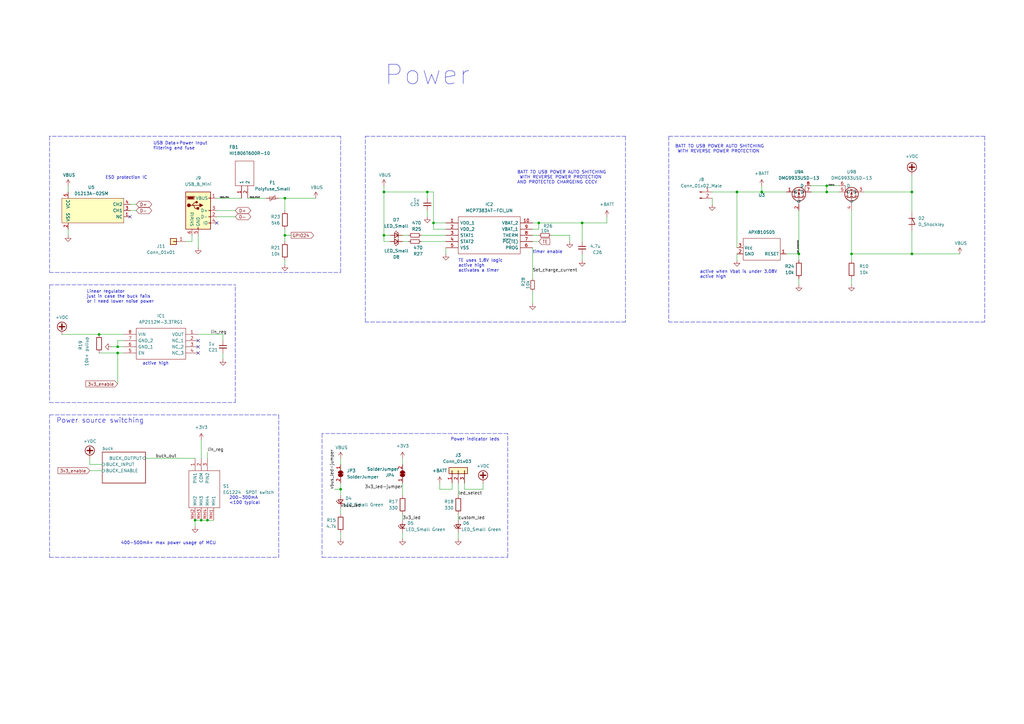
<source format=kicad_sch>
(kicad_sch (version 20211123) (generator eeschema)
  (paper "A3")
  (title_block (title "RP2040 learning board with Li ion battery and sensors") (rev "2"))
  (lib_symbols
    (symbol "Connector:Conn_01x02_Male" (pin_names (offset 1.016) hide)
      (property "Reference" "J" (at 0 2.54 0))
      (property "Value" "Conn_01x02_Male" (at 0 -5.08 0))
      (symbol "Conn_01x02_Male_1_1"
        (polyline (pts (xy 1.27 -2.54) (xy 0.8636 -2.54)) (stroke (width 0.1524)))
        (polyline (pts (xy 1.27 0) (xy 0.8636 0)) (stroke (width 0.1524)))
        (rectangle (start 0.8636 -2.413) (end 0 -2.667) (stroke (width 0.1524)) (fill (type outline)))
        (rectangle (start 0.8636 0.127) (end 0 -0.127) (stroke (width 0.1524)) (fill (type outline)))
        (pin passive line (at 5.08 0 180) (length 3.81) (name "Pin_1") (number "1"))
        (pin passive line (at 5.08 -2.54 180) (length 3.81) (name "Pin_2") (number "2"))
      )
    )
    (symbol "Connector:USB_B_Mini" (pin_names (offset 1.016))
      (property "Reference" "J" (at -5.08 11.43 0))
      (property "Value" "USB_B_Mini" (at -5.08 8.89 0))
      (symbol "USB_B_Mini_0_1"
        (rectangle (start -5.08 -7.62) (end 5.08 7.62) (stroke (width 0.254)) (fill (type background)))
        (circle (center -3.81 2.159) (radius 0.635) (stroke (width 0.254)) (fill (type outline)))
        (circle (center -0.635 3.429) (radius 0.381) (stroke (width 0.254)) (fill (type outline)))
        (rectangle (start -0.127 -7.62) (end 0.127 -6.858))
        (polyline (pts (xy -1.905 2.159) (xy 0.635 2.159)) (stroke (width 0.254)))
        (polyline (pts (xy -3.175 2.159) (xy -2.54 2.159) (xy -1.27 3.429) (xy -0.635 3.429)) (stroke (width 0.254)))
        (polyline (pts (xy -2.54 2.159) (xy -1.905 2.159) (xy -1.27 0.889) (xy 0 0.889)) (stroke (width 0.254)))
        (polyline (pts (xy 0.635 2.794) (xy 0.635 1.524) (xy 1.905 2.159) (xy 0.635 2.794)) (stroke (width 0.254)) (fill (type outline)))
        (polyline (pts (xy -4.318 5.588) (xy -1.778 5.588) (xy -2.032 4.826) (xy -4.064 4.826) (xy -4.318 5.588)) (fill (type outline)))
        (polyline (pts (xy -4.699 5.842) (xy -4.699 5.588) (xy -4.445 4.826) (xy -4.445 4.572) (xy -1.651 4.572) (xy -1.651 4.826) (xy -1.397 5.588) (xy -1.397 5.842) (xy -4.699 5.842)))
        (rectangle (start 0.254 1.27) (end -0.508 0.508) (stroke (width 0.254)) (fill (type outline)))
        (rectangle (start 5.08 -5.207) (end 4.318 -4.953))
        (rectangle (start 5.08 -2.667) (end 4.318 -2.413))
        (rectangle (start 5.08 -0.127) (end 4.318 0.127))
        (rectangle (start 5.08 4.953) (end 4.318 5.207))
      )
      (symbol "USB_B_Mini_1_1"
        (pin power_out line (at 7.62 5.08 180) (length 2.54) (name "VBUS") (number "1"))
        (pin bidirectional line (at 7.62 -2.54 180) (length 2.54) (name "D-") (number "2"))
        (pin bidirectional line (at 7.62 0 180) (length 2.54) (name "D+") (number "3"))
        (pin passive line (at 7.62 -5.08 180) (length 2.54) (name "ID") (number "4"))
        (pin power_out line (at 0 -10.16 90) (length 2.54) (name "GND") (number "5"))
        (pin passive line (at -2.54 -10.16 90) (length 2.54) (name "Shield") (number "6"))
      )
    )
    (symbol "Connector_Generic:Conn_01x01" (pin_names (offset 1.016) hide)
      (property "Reference" "J" (at 0 2.54 0))
      (property "Value" "Conn_01x01" (at 0 -2.54 0))
      (symbol "Conn_01x01_1_1"
        (rectangle (start -1.27 0.127) (end 0 -0.127) (stroke (width 0.1524)))
        (rectangle (start -1.27 1.27) (end 1.27 -1.27) (stroke (width 0.254)) (fill (type background)))
        (pin passive line (at -5.08 0 0) (length 3.81) (name "Pin_1") (number "1"))
      )
    )
    (symbol "Connector_Generic:Conn_01x03" (pin_names (offset 1.016) hide)
      (property "Reference" "J" (at 0 5.08 0))
      (property "Value" "Conn_01x03" (at 0 -5.08 0))
      (symbol "Conn_01x03_1_1"
        (rectangle (start -1.27 -2.413) (end 0 -2.667) (stroke (width 0.1524)))
        (rectangle (start -1.27 0.127) (end 0 -0.127) (stroke (width 0.1524)))
        (rectangle (start -1.27 2.667) (end 0 2.413) (stroke (width 0.1524)))
        (rectangle (start -1.27 3.81) (end 1.27 -3.81) (stroke (width 0.254)) (fill (type background)))
        (pin passive line (at -5.08 2.54 0) (length 3.81) (name "Pin_1") (number "1"))
        (pin passive line (at -5.08 0 0) (length 3.81) (name "Pin_2") (number "2"))
        (pin passive line (at -5.08 -2.54 0) (length 3.81) (name "Pin_3") (number "3"))
      )
    )
    (symbol "Device:C_Small" (pin_numbers hide) (pin_names (offset 0.254) hide)
      (property "Reference" "C" (at 0.254 1.778 0))
      (property "Value" "C_Small" (at 0.254 -2.032 0))
      (symbol "C_Small_0_1"
        (polyline (pts (xy -1.524 -0.508) (xy 1.524 -0.508)) (stroke (width 0.3302)))
        (polyline (pts (xy -1.524 0.508) (xy 1.524 0.508)) (stroke (width 0.3048)))
      )
      (symbol "C_Small_1_1"
        (pin passive line (at 0 2.54 270) (length 2.032) (name "~") (number "1"))
        (pin passive line (at 0 -2.54 90) (length 2.032) (name "~") (number "2"))
      )
    )
    (symbol "Device:D_Shockley" (pin_numbers hide) (pin_names (offset 1.016) hide)
      (property "Reference" "D" (at 0 2.54 0))
      (property "Value" "D_Shockley" (at 0 -2.54 0))
      (symbol "D_Shockley_0_1"
        (polyline (pts (xy -1.27 0) (xy 1.27 0)))
        (polyline (pts (xy -1.27 1.27) (xy -1.27 -1.27)) (stroke (width 0.254)))
        (polyline (pts (xy -1.27 0) (xy 1.27 1.27) (xy 1.27 -1.27)) (stroke (width 0.254)))
      )
      (symbol "D_Shockley_1_1"
        (pin passive line (at -3.81 0 0) (length 2.54) (name "K") (number "1"))
        (pin passive line (at 3.81 0 180) (length 2.54) (name "A") (number "2"))
      )
    )
    (symbol "Device:LED_Small" (pin_numbers hide) (pin_names (offset 0.254) hide)
      (property "Reference" "D" (at -1.27 3.175 0))
      (property "Value" "LED_Small" (at -4.445 -2.54 0))
      (symbol "LED_Small_0_1"
        (polyline (pts (xy -0.762 -1.016) (xy -0.762 1.016)) (stroke (width 0.254)))
        (polyline (pts (xy 1.016 0) (xy -0.762 0)))
        (polyline (pts (xy 0.762 -1.016) (xy -0.762 0) (xy 0.762 1.016) (xy 0.762 -1.016)) (stroke (width 0.254)))
        (polyline (pts (xy 0 0.762) (xy -0.508 1.27) (xy -0.254 1.27) (xy -0.508 1.27) (xy -0.508 1.016)))
        (polyline (pts (xy 0.508 1.27) (xy 0 1.778) (xy 0.254 1.778) (xy 0 1.778) (xy 0 1.524)))
      )
      (symbol "LED_Small_1_1"
        (pin passive line (at -2.54 0 0) (length 1.778) (name "K") (number "1"))
        (pin passive line (at 2.54 0 180) (length 1.778) (name "A") (number "2"))
      )
    )
    (symbol "Device:Polyfuse_Small" (pin_numbers hide) (pin_names (offset 0))
      (property "Reference" "F" (at -1.905 0 90))
      (property "Value" "Polyfuse_Small" (at 1.905 0 90))
      (symbol "Polyfuse_Small_0_1"
        (rectangle (start -0.508 1.27) (end 0.508 -1.27))
        (polyline (pts (xy 0 2.54) (xy 0 -2.54)))
        (polyline (pts (xy -1.016 1.27) (xy -1.016 0.762) (xy 1.016 -0.762) (xy 1.016 -1.27)))
      )
      (symbol "Polyfuse_Small_1_1"
        (pin passive line (at 0 2.54 270) (length 0.635) (name "~") (number "1"))
        (pin passive line (at 0 -2.54 90) (length 0.635) (name "~") (number "2"))
      )
    )
    (symbol "Device:R" (pin_numbers hide) (pin_names (offset 0))
      (property "Reference" "R" (at 2.032 0 90))
      (property "Value" "R" (at 0 0 90))
      (symbol "R_0_1"
        (rectangle (start -1.016 -2.54) (end 1.016 2.54) (stroke (width 0.254)))
      )
      (symbol "R_1_1"
        (pin passive line (at 0 3.81 270) (length 1.27) (name "~") (number "1"))
        (pin passive line (at 0 -3.81 90) (length 1.27) (name "~") (number "2"))
      )
    )
    (symbol "Device:R_Small" (pin_numbers hide) (pin_names (offset 0.254) hide)
      (property "Reference" "R" (at 0.762 0.508 0))
      (property "Value" "R_Small" (at 0.762 -1.016 0))
      (symbol "R_Small_0_1"
        (rectangle (start -0.762 1.778) (end 0.762 -1.778) (stroke (width 0.2032)))
      )
      (symbol "R_Small_1_1"
        (pin passive line (at 0 2.54 270) (length 0.762) (name "~") (number "1"))
        (pin passive line (at 0 -2.54 90) (length 0.762) (name "~") (number "2"))
      )
    )
    (symbol "Jumper:SolderJumper_2_Bridged" (pin_names (offset 0) hide)
      (property "Reference" "JP" (at 0 2.032 0))
      (property "Value" "SolderJumper_2_Bridged" (at 0 -2.54 0))
      (symbol "SolderJumper_2_Bridged_0_1"
        (rectangle (start -0.508 0.508) (end 0.508 -0.508) (fill (type outline)))
        (arc (start -0.254 1.016) (mid -1.27 0) (end -0.254 -1.016))
        (arc (start -0.254 1.016) (mid -1.27 0) (end -0.254 -1.016) (fill (type outline)))
        (polyline (pts (xy -0.254 1.016) (xy -0.254 -1.016)))
        (polyline (pts (xy 0.254 1.016) (xy 0.254 -1.016)))
        (arc (start 0.254 -1.016) (mid 1.27 0) (end 0.254 1.016))
        (arc (start 0.254 -1.016) (mid 1.27 0) (end 0.254 1.016) (fill (type outline)))
      )
      (symbol "SolderJumper_2_Bridged_1_1"
        (pin passive line (at -3.81 0 0) (length 2.54) (name "A") (number "1"))
        (pin passive line (at 3.81 0 180) (length 2.54) (name "B") (number "2"))
      )
    )
    (symbol "My_custom_lib:APX810S05"
      (property "Reference" "U" (at 0 6.35 0))
      (property "Value" "APX810S05" (at 0 3.81 0))
      (symbol "APX810S05_0_1"
        (rectangle (start -6.35 5.08) (end 8.89 -3.81))
      )
      (symbol "APX810S05_1_1"
        (pin output line (at 11.43 -1.27 180) (length 2.54) (name "RESET") (number "1"))
        (pin power_in line (at -8.89 -1.27 0) (length 2.54) (name "GND") (number "2"))
        (pin power_in line (at -8.89 1.27 0) (length 2.54) (name "Vcc") (number "3"))
      )
    )
    (symbol "My_custom_lib:D1213A-02SM"
      (property "Reference" "U" (at 0 5.08 0))
      (property "Value" "D1213A-02SM" (at 0 0 0))
      (symbol "D1213A-02SM_0_1"
        (rectangle (start -12.7 7.62) (end 12.7 -2.54) (fill (type background)))
      )
      (symbol "D1213A-02SM_1_1"
        (pin power_in line (at 15.24 0 180) (length 2.54) (name "NC") (number "1"))
        (pin power_in line (at -10.16 -5.08 90) (length 2.54) (name "VSS") (number "2"))
        (pin input line (at 15.24 2.54 180) (length 2.54) (name "CH1") (number "3"))
        (pin input line (at 15.24 5.08 180) (length 2.54) (name "CH2") (number "4"))
        (pin power_in line (at -10.16 10.16 270) (length 2.54) (name "VCC") (number "5"))
      )
    )
    (symbol "My_custom_lib:DMG9933USD-13"
      (property "Reference" "U" (at 5.08 12.7 0))
      (property "Value" "DMG9933USD-13" (at 5.08 12.7 0))
      (symbol "DMG9933USD-13_0_1"
        (circle (center -0.889 0) (radius 2.794) (stroke (width 0.254)))
        (circle (center 0 -1.778) (radius 0.254) (fill (type outline)))
        (polyline (pts (xy -2.286 0) (xy -5.08 0)))
        (polyline (pts (xy -2.286 1.905) (xy -2.286 -1.905)) (stroke (width 0.254)))
        (polyline (pts (xy -1.778 -1.27) (xy -1.778 -2.286)) (stroke (width 0.254)))
        (polyline (pts (xy -1.778 0.508) (xy -1.778 -0.508)) (stroke (width 0.254)))
        (polyline (pts (xy -1.778 2.286) (xy -1.778 1.27)) (stroke (width 0.254)))
        (polyline (pts (xy 0 2.54) (xy 0 1.778)))
        (polyline (pts (xy 2.54 2.54) (xy 0 2.54)))
        (polyline (pts (xy 0 -2.54) (xy 0 0) (xy -1.778 0)))
        (polyline (pts (xy -1.778 -1.778) (xy 0.762 -1.778) (xy 0.762 1.778) (xy -1.778 1.778)))
        (polyline (pts (xy 0 0) (xy -1.016 -0.381) (xy -1.016 0.381) (xy 0 0)) (fill (type outline)))
        (polyline (pts (xy 0.254 0.508) (xy 0.381 0.381) (xy 1.143 0.381) (xy 1.27 0.254)))
        (polyline (pts (xy 0.762 0.381) (xy 0.381 -0.254) (xy 1.143 -0.254) (xy 0.762 0.381)))
        (circle (center 0 1.778) (radius 0.254) (fill (type outline)))
      )
      (symbol "DMG9933USD-13_1_1"
        (pin passive line (at 0 -5.08 90) (length 2.54) (name "S") (number "1"))
        (pin input line (at -7.62 0 0) (length 2.54) (name "G") (number "2"))
        (pin passive line (at 0 5.08 270) (length 2.54) (name "D") (number "7"))
        (pin passive line (at 2.54 5.08 270) (length 2.54) (name "D") (number "8"))
      )
      (symbol "DMG9933USD-13_2_1"
        (pin passive line (at 0 -5.08 90) (length 2.54) (name "S") (number "3"))
        (pin input line (at -7.62 0 0) (length 2.54) (name "G") (number "4"))
        (pin passive line (at 0 5.08 270) (length 2.54) (name "D") (number "5"))
        (pin passive line (at 2.54 5.08 270) (length 2.54) (name "D") (number "6"))
      )
    )
    (symbol "SamacSys_Parts:AP2112M-3.3TRG1" (pin_names (offset 0.762))
      (property "Reference" "IC" (at 26.67 7.62 0))
      (property "Value" "AP2112M-3.3TRG1" (at 26.67 5.08 0))
      (symbol "AP2112M-3.3TRG1_0_0"
        (pin passive line (at 0 0 0) (length 5.08) (name "VOUT") (number "1"))
        (pin passive line (at 0 -2.54 0) (length 5.08) (name "NC_1") (number "2"))
        (pin passive line (at 0 -5.08 0) (length 5.08) (name "NC_2") (number "3"))
        (pin passive line (at 0 -7.62 0) (length 5.08) (name "NC_3") (number "4"))
        (pin passive line (at 30.48 -7.62 180) (length 5.08) (name "EN") (number "5"))
        (pin passive line (at 30.48 -5.08 180) (length 5.08) (name "GND_1") (number "6"))
        (pin passive line (at 30.48 -2.54 180) (length 5.08) (name "GND_2") (number "7"))
        (pin passive line (at 30.48 0 180) (length 5.08) (name "VIN") (number "8"))
      )
      (symbol "AP2112M-3.3TRG1_0_1"
        (polyline (pts (xy 5.08 2.54) (xy 25.4 2.54) (xy 25.4 -10.16) (xy 5.08 -10.16) (xy 5.08 2.54)) (stroke (width 0.1524)))
      )
    )
    (symbol "SamacSys_Parts:EG1224" (pin_names (offset 0.762))
      (property "Reference" "S" (at 21.59 7.62 0))
      (property "Value" "EG1224" (at 21.59 5.08 0))
      (symbol "EG1224_0_0"
        (pin passive line (at 0 0 0) (length 5.08) (name "PIN1") (number "1"))
        (pin passive line (at 0 -2.54 0) (length 5.08) (name "COM") (number "2"))
        (pin passive line (at 0 -5.08 0) (length 5.08) (name "PIN2") (number "3"))
        (pin passive line (at 25.4 -7.62 180) (length 5.08) (name "MH1") (number "MH1"))
        (pin passive line (at 25.4 0 180) (length 5.08) (name "MH2") (number "MH2"))
        (pin passive line (at 25.4 -2.54 180) (length 5.08) (name "MH3") (number "MH3"))
        (pin passive line (at 25.4 -5.08 180) (length 5.08) (name "MH4") (number "MH4"))
      )
      (symbol "EG1224_0_1"
        (polyline (pts (xy 5.08 2.54) (xy 20.32 2.54) (xy 20.32 -10.16) (xy 5.08 -10.16) (xy 5.08 2.54)) (stroke (width 0.1524)))
      )
    )
    (symbol "SamacSys_Parts:HI1806T600R-10" (pin_names (offset 0.762))
      (property "Reference" "FB" (at 16.51 7.62 0))
      (property "Value" "HI1806T600R-10" (at 16.51 5.08 0))
      (symbol "HI1806T600R-10_0_0"
        (pin passive line (at 0 0 0) (length 5.08) (name "1") (number "1"))
        (pin passive line (at 0 -2.54 0) (length 5.08) (name "2") (number "2"))
      )
      (symbol "HI1806T600R-10_0_1"
        (polyline (pts (xy 5.08 2.54) (xy 15.24 2.54) (xy 15.24 -5.08) (xy 5.08 -5.08) (xy 5.08 2.54)) (stroke (width 0.1524)))
      )
    )
    (symbol "SamacSys_Parts:MCP73834T-FCI_UN" (pin_names (offset 0.762))
      (property "Reference" "IC" (at 31.75 7.62 0))
      (property "Value" "MCP73834T-FCI_UN" (at 31.75 5.08 0))
      (symbol "MCP73834T-FCI_UN_0_0"
        (pin passive line (at 0 0 0) (length 5.08) (name "VDD_1") (number "1"))
        (pin passive line (at 35.56 0 180) (length 5.08) (name "VBAT_2") (number "10"))
        (pin passive line (at 0 -2.54 0) (length 5.08) (name "VDD_2") (number "2"))
        (pin passive line (at 0 -5.08 0) (length 5.08) (name "STAT1") (number "3"))
        (pin passive line (at 0 -7.62 0) (length 5.08) (name "STAT2") (number "4"))
        (pin passive line (at 0 -10.16 0) (length 5.08) (name "VSS") (number "5"))
        (pin passive line (at 35.56 -10.16 180) (length 5.08) (name "PROG") (number "6"))
        (pin passive line (at 35.56 -7.62 180) (length 5.08) (name "~{PG(}TE)") (number "7"))
        (pin passive line (at 35.56 -5.08 180) (length 5.08) (name "THERM") (number "8"))
        (pin passive line (at 35.56 -2.54 180) (length 5.08) (name "VBAT_1") (number "9"))
      )
      (symbol "MCP73834T-FCI_UN_0_1"
        (polyline (pts (xy 5.08 2.54) (xy 30.48 2.54) (xy 30.48 -12.7) (xy 5.08 -12.7) (xy 5.08 2.54)) (stroke (width 0.1524)))
      )
    )
    (symbol "power:+3.3V" (power) (pin_names (offset 0))
      (property "Value" "+3.3V" (at 0 3.556 0))
      (symbol "+3.3V_0_1"
        (polyline (pts (xy -0.762 1.27) (xy 0 2.54)))
        (polyline (pts (xy 0 0) (xy 0 2.54)))
        (polyline (pts (xy 0 2.54) (xy 0.762 1.27)))
      )
      (symbol "+3.3V_1_1"
        (pin power_in line (at 0 0 90) (length 0) hide (name "+3V3") (number "1"))
      )
    )
    (symbol "power:+BATT" (power) (pin_names (offset 0))
      (property "Value" "+BATT" (at 0 3.556 0))
      (symbol "+BATT_0_1"
        (polyline (pts (xy -0.762 1.27) (xy 0 2.54)))
        (polyline (pts (xy 0 0) (xy 0 2.54)))
        (polyline (pts (xy 0 2.54) (xy 0.762 1.27)))
      )
      (symbol "+BATT_1_1"
        (pin power_in line (at 0 0 90) (length 0) hide (name "+BATT") (number "1"))
      )
    )
    (symbol "power:+VDC" (power) (pin_names (offset 0))
      (property "Value" "+VDC" (at 0 6.35 0))
      (symbol "+VDC_0_1"
        (polyline (pts (xy -1.143 3.175) (xy 1.143 3.175)) (stroke (width 0.508)))
        (polyline (pts (xy 0 0) (xy 0 1.27)))
        (polyline (pts (xy 0 2.032) (xy 0 4.318)) (stroke (width 0.508)))
        (circle (center 0 3.175) (radius 1.905) (stroke (width 0.254)))
      )
      (symbol "+VDC_1_1"
        (pin power_in line (at 0 0 90) (length 0) hide (name "+VDC") (number "1"))
      )
    )
    (symbol "power:GND" (power) (pin_names (offset 0))
      (property "Value" "GND" (at 0 -3.81 0))
      (symbol "GND_0_1"
        (polyline (pts (xy 0 0) (xy 0 -1.27) (xy 1.27 -1.27) (xy 0 -2.54) (xy -1.27 -1.27) (xy 0 -1.27)))
      )
      (symbol "GND_1_1"
        (pin power_in line (at 0 0 270) (length 0) hide (name "GND") (number "1"))
      )
    )
    (symbol "power:VBUS" (power) (pin_names (offset 0))
      (property "Value" "VBUS" (at 0 3.81 0))
      (symbol "VBUS_0_1"
        (polyline (pts (xy -0.762 1.27) (xy 0 2.54)))
        (polyline (pts (xy 0 0) (xy 0 2.54)))
        (polyline (pts (xy 0 2.54) (xy 0.762 1.27)))
      )
      (symbol "VBUS_1_1"
        (pin power_in line (at 0 0 90) (length 0) hide (name "VBUS") (number "1"))
      )
    )
  )
  (junction (at 238.76 91.44))
  (junction (at 116.84 96.52))
  (junction (at 327.66 104.14))
  (junction (at 139.7 200.66))
  (junction (at 339.09 78.74))
  (junction (at 80.01 213.36))
  (junction (at 374.015 104.14))
  (junction (at 220.98 91.44))
  (junction (at 157.48 78.74))
  (junction (at 312.42 78.74))
  (junction (at 48.26 144.78))
  (junction (at 175.26 78.74))
  (junction (at 116.84 81.28))
  (junction (at 349.25 104.14))
  (junction (at 157.48 96.52))
  (junction (at 85.09 213.36))
  (junction (at 339.09 76.2))
  (junction (at 48.26 142.24))
  (junction (at 177.8 91.44))
  (junction (at 82.55 213.36))
  (junction (at 40.64 137.16))
  (junction (at 374.015 78.74))
  (junction (at 302.26 78.74))
  (no_connect (at 81.28 142.24))
  (no_connect (at 88.9 91.44))
  (no_connect (at 81.28 144.78))
  (no_connect (at 81.28 139.7))
  (no_connect (at 53.34 88.9))
  (wire (pts (xy 48.26 144.78) (xy 50.8 144.78)))
  (wire (pts (xy 374.015 78.74) (xy 374.015 86.995)))
  (wire (pts (xy 187.96 198.12) (xy 187.96 203.2)))
  (wire (pts (xy 302.26 78.74) (xy 302.26 101.6)))
  (polyline (pts (xy 96.52 165.1) (xy 96.52 116.84)))
  (wire (pts (xy 88.9 86.36) (xy 96.52 86.36)))
  (wire (pts (xy 165.1 187.96) (xy 165.1 190.5)))
  (wire (pts (xy 116.84 93.98) (xy 116.84 96.52)))
  (wire (pts (xy 302.26 78.74) (xy 312.42 78.74)))
  (wire (pts (xy 198.12 198.12) (xy 198.12 200.66)))
  (wire (pts (xy 238.76 91.44) (xy 248.92 91.44)))
  (wire (pts (xy 332.74 76.2) (xy 339.09 76.2)))
  (wire (pts (xy 82.55 180.34) (xy 82.55 187.96)))
  (wire (pts (xy 116.84 108.585) (xy 116.84 106.68)))
  (wire (pts (xy 27.94 76.2) (xy 27.94 78.74)))
  (wire (pts (xy 172.72 99.06) (xy 182.88 99.06)))
  (wire (pts (xy 238.76 99.06) (xy 238.76 91.44)))
  (wire (pts (xy 48.26 139.7) (xy 48.26 142.24)))
  (wire (pts (xy 157.48 78.74) (xy 157.48 96.52)))
  (wire (pts (xy 40.64 144.78) (xy 48.26 144.78)))
  (wire (pts (xy 190.5 200.66) (xy 198.12 200.66)))
  (polyline (pts (xy 132.08 228.6) (xy 208.28 228.6)))
  (wire (pts (xy 327.66 86.36) (xy 327.66 104.14)))
  (wire (pts (xy 312.42 78.74) (xy 322.58 78.74)))
  (wire (pts (xy 218.44 99.06) (xy 220.98 99.06)))
  (wire (pts (xy 302.26 104.14) (xy 302.26 106.68)))
  (wire (pts (xy 139.7 187.96) (xy 139.7 190.5)))
  (wire (pts (xy 81.28 137.16) (xy 91.44 137.16)))
  (wire (pts (xy 349.25 104.14) (xy 349.25 106.68)))
  (wire (pts (xy 36.83 187.96) (xy 36.83 190.5)))
  (wire (pts (xy 233.68 96.52) (xy 233.68 99.06)))
  (wire (pts (xy 157.48 78.74) (xy 175.26 78.74)))
  (wire (pts (xy 190.5 198.12) (xy 190.5 200.66)))
  (polyline (pts (xy 149.86 132.08) (xy 149.86 55.88)))
  (wire (pts (xy 175.26 78.74) (xy 177.8 78.74)))
  (wire (pts (xy 91.44 144.78) (xy 91.44 147.32)))
  (wire (pts (xy 327.66 104.14) (xy 327.66 106.68)))
  (wire (pts (xy 312.42 76.2) (xy 312.42 78.74)))
  (polyline (pts (xy 20.32 228.6) (xy 20.32 170.18)))
  (wire (pts (xy 36.83 193.04) (xy 41.91 193.04)))
  (polyline (pts (xy 274.32 55.88) (xy 403.86 55.88)))
  (wire (pts (xy 175.26 78.74) (xy 175.26 81.28)))
  (wire (pts (xy 165.1 218.44) (xy 165.1 220.98)))
  (wire (pts (xy 53.34 86.36) (xy 55.88 86.36)))
  (wire (pts (xy 45.72 142.24) (xy 48.26 142.24)))
  (wire (pts (xy 85.09 185.42) (xy 85.09 187.96)))
  (wire (pts (xy 187.96 218.44) (xy 187.96 220.98)))
  (wire (pts (xy 218.44 96.52) (xy 220.98 96.52)))
  (wire (pts (xy 322.58 104.14) (xy 327.66 104.14)))
  (polyline (pts (xy 403.86 55.88) (xy 403.86 132.08)))
  (polyline (pts (xy 208.28 228.6) (xy 208.28 177.8)))
  (wire (pts (xy 393.7 104.14) (xy 374.015 104.14)))
  (wire (pts (xy 85.09 213.36) (xy 87.63 213.36)))
  (wire (pts (xy 172.72 96.52) (xy 182.88 96.52)))
  (wire (pts (xy 185.42 198.12) (xy 185.42 200.66)))
  (wire (pts (xy 114.3 81.28) (xy 116.84 81.28)))
  (wire (pts (xy 175.26 88.9) (xy 175.26 86.36)))
  (wire (pts (xy 36.83 190.5) (xy 41.91 190.5)))
  (wire (pts (xy 116.84 81.28) (xy 116.84 86.36)))
  (wire (pts (xy 88.9 88.9) (xy 96.52 88.9)))
  (polyline (pts (xy 20.32 170.18) (xy 114.3 170.18)))
  (wire (pts (xy 137.16 200.66) (xy 139.7 200.66)))
  (wire (pts (xy 25.4 137.16) (xy 40.64 137.16)))
  (wire (pts (xy 165.1 198.12) (xy 165.1 203.2)))
  (wire (pts (xy 354.33 78.74) (xy 374.015 78.74)))
  (polyline (pts (xy 139.7 111.76) (xy 139.7 55.88)))
  (wire (pts (xy 238.76 104.14) (xy 238.76 106.68)))
  (wire (pts (xy 292.1 78.74) (xy 302.26 78.74)))
  (polyline (pts (xy 20.32 165.1) (xy 96.52 165.1)))
  (wire (pts (xy 157.48 76.2) (xy 157.48 78.74)))
  (polyline (pts (xy 20.32 116.84) (xy 96.52 116.84)))
  (polyline (pts (xy 208.28 177.8) (xy 132.08 177.8)))
  (wire (pts (xy 226.06 96.52) (xy 233.68 96.52)))
  (wire (pts (xy 185.42 200.66) (xy 180.34 200.66)))
  (wire (pts (xy 157.48 99.06) (xy 160.02 99.06)))
  (wire (pts (xy 218.44 93.98) (xy 220.98 93.98)))
  (wire (pts (xy 349.25 86.36) (xy 349.25 104.14)))
  (wire (pts (xy 165.1 96.52) (xy 167.64 96.52)))
  (wire (pts (xy 139.7 218.44) (xy 139.7 220.98)))
  (polyline (pts (xy 20.32 55.88) (xy 20.32 111.76)))
  (polyline (pts (xy 20.32 116.84) (xy 20.32 165.1)))
  (polyline (pts (xy 274.32 55.88) (xy 274.32 132.08)))
  (polyline (pts (xy 114.3 170.18) (xy 114.3 228.6)))
  (wire (pts (xy 182.88 93.98) (xy 177.8 93.98)))
  (wire (pts (xy 80.01 213.36) (xy 82.55 213.36)))
  (wire (pts (xy 180.34 198.12) (xy 180.34 200.66)))
  (wire (pts (xy 139.7 208.28) (xy 139.7 210.82)))
  (polyline (pts (xy 256.54 132.08) (xy 149.86 132.08)))
  (polyline (pts (xy 403.86 132.08) (xy 274.32 132.08)))
  (wire (pts (xy 91.44 137.16) (xy 91.44 139.7)))
  (wire (pts (xy 349.25 104.14) (xy 374.015 104.14)))
  (wire (pts (xy 220.98 93.98) (xy 220.98 91.44)))
  (wire (pts (xy 220.98 91.44) (xy 238.76 91.44)))
  (wire (pts (xy 292.1 83.82) (xy 292.1 81.28)))
  (wire (pts (xy 27.94 96.52) (xy 27.94 93.98)))
  (polyline (pts (xy 139.7 55.88) (xy 20.32 55.88)))
  (wire (pts (xy 349.25 114.3) (xy 349.25 116.84)))
  (wire (pts (xy 220.98 91.44) (xy 218.44 91.44)))
  (wire (pts (xy 50.8 142.24) (xy 48.26 142.24)))
  (wire (pts (xy 48.26 144.78) (xy 48.26 157.48)))
  (wire (pts (xy 177.8 91.44) (xy 177.8 93.98)))
  (wire (pts (xy 339.09 78.74) (xy 344.17 78.74)))
  (wire (pts (xy 374.015 94.615) (xy 374.015 104.14)))
  (wire (pts (xy 139.7 200.66) (xy 139.7 203.2)))
  (wire (pts (xy 76.2 99.06) (xy 78.74 99.06)))
  (wire (pts (xy 88.9 81.28) (xy 99.06 81.28)))
  (wire (pts (xy 339.09 76.2) (xy 339.09 78.74)))
  (wire (pts (xy 59.69 187.96) (xy 80.01 187.96)))
  (wire (pts (xy 177.8 91.44) (xy 182.88 91.44)))
  (wire (pts (xy 116.84 96.52) (xy 119.38 96.52)))
  (wire (pts (xy 157.48 96.52) (xy 157.48 99.06)))
  (wire (pts (xy 82.55 213.36) (xy 85.09 213.36)))
  (wire (pts (xy 218.44 101.6) (xy 218.44 114.3)))
  (wire (pts (xy 116.84 81.28) (xy 129.54 81.28)))
  (wire (pts (xy 40.64 137.16) (xy 50.8 137.16)))
  (wire (pts (xy 116.84 96.52) (xy 116.84 99.06)))
  (wire (pts (xy 81.28 96.52) (xy 81.28 101.6)))
  (wire (pts (xy 53.34 83.82) (xy 55.88 83.82)))
  (wire (pts (xy 218.44 119.38) (xy 218.44 124.46)))
  (polyline (pts (xy 20.32 111.76) (xy 139.7 111.76)))
  (polyline (pts (xy 149.86 55.88) (xy 256.54 55.88)))
  (wire (pts (xy 248.92 88.9) (xy 248.92 91.44)))
  (wire (pts (xy 187.96 210.82) (xy 187.96 213.36)))
  (wire (pts (xy 165.1 210.82) (xy 165.1 213.36)))
  (wire (pts (xy 327.66 114.3) (xy 327.66 116.84)))
  (wire (pts (xy 78.74 96.52) (xy 78.74 99.06)))
  (polyline (pts (xy 256.54 55.88) (xy 256.54 132.08)))
  (wire (pts (xy 339.09 76.2) (xy 344.17 76.2)))
  (wire (pts (xy 374.015 71.755) (xy 374.015 78.74)))
  (wire (pts (xy 182.88 101.6) (xy 182.88 104.14)))
  (wire (pts (xy 177.8 78.74) (xy 177.8 91.44)))
  (wire (pts (xy 139.7 198.12) (xy 139.7 200.66)))
  (wire (pts (xy 165.1 99.06) (xy 167.64 99.06)))
  (wire (pts (xy 80.01 213.36) (xy 80.01 215.9)))
  (wire (pts (xy 101.6 81.28) (xy 109.22 81.28)))
  (wire (pts (xy 160.02 96.52) (xy 157.48 96.52)))
  (wire (pts (xy 50.8 139.7) (xy 48.26 139.7)))
  (polyline (pts (xy 132.08 177.8) (xy 132.08 228.6)))
  (wire (pts (xy 332.74 78.74) (xy 339.09 78.74)))
  (polyline (pts (xy 20.32 228.6) (xy 114.3 228.6)))
  (text "400-500mA+ max power usage of MCU" (at 49.53 223.52 0) (effects (font (size 1.27 1.27)) (justify left bottom)))
  (text "timer enable" (at 218.44 104.14 0) (effects (font (size 1.27 1.27)) (justify left bottom)))
  (text "TE uses 1.8V logic\nactive high\nactivates a timer" (at 187.96 111.76 0) (effects (font (size 1.27 1.27)) (justify left bottom)))
  (text "ESD protection IC" (at 43.18 73.66 0) (effects (font (size 1.27 1.27)) (justify left bottom)))
  (text "BATT TO USB POWER AUTO SHITCHING\n WITH REVERSE POWER PROTECTION\nAND PROTECTED CHARGEING CCCV" (at 212.09 75.565 0) (effects (font (size 1.27 1.27)) (justify left bottom)))
  (text "active when Vbat is under 3.08V\nactive high" (at 287.02 114.3 0) (effects (font (size 1.27 1.27)) (justify left bottom)))
  (text "Power indicator leds" (at 184.785 180.975 0) (effects (font (size 1.27 1.27)) (justify left bottom)))
  (text "Linear regulator\njust in case the buck fails \nor i need lower noise power" (at 35.56 124.46 0) (effects (font (size 1.27 1.27)) (justify left bottom)))
  (text "200-300mA\n<100 typical" (at 93.98 207.01 0) (effects (font (size 1.27 1.27)) (justify left bottom)))
  (text "USB Data+Power Input\nfiltering and fuse" (at 62.865 61.595 0) (effects (font (size 1.27 1.27)) (justify left bottom)))
  (text "Power source switching " (at 23.114 173.736 0) (effects (font (size 2 2)) (justify left bottom)))
  (text "Power" (at 157.48 35.56 0) (effects (font (size 8 8)) (justify left bottom)))
  (text "active high" (at 58.42 149.86 0) (effects (font (size 1.27 1.27)) (justify left bottom)))
  (text "BATT TO USB POWER AUTO SHITCHING\n WITH REVERSE POWER PROTECTION" (at 276.86 62.865 0) (effects (font (size 1.27 1.27)) (justify left bottom)))
  (label "Drains" (at 342.265 76.2 180) (effects (font (size 0.5 0.5))))
  (label "led_select" (at 187.96 203.2 0))
  (label "vbus_led-jumper" (at 137.16 200.66 90))
  (label "3v3_led" (at 165.1 213.36 0))
  (label "3v3_led-jumper" (at 165.1 200.66 180))
  (label "batt_protection" (at 327.66 104.14 90) (effects (font (size 0.5 0.5))))
  (label "buck_out" (at 72.39 187.96 180))
  (label "custom_led" (at 187.96 213.36 0))
  (label "VBUS_RAW" (at 93.98 81.28 180) (effects (font (size 0.5 0.5))))
  (label "lin_reg" (at 85.09 185.42 0))
  (label "Set_charge_current" (at 218.44 111.76 0))
  (label "vbus_led" (at 139.7 208.28 0))
  (label "VBUS_RAW2" (at 106.68 81.28 180) (effects (font (size 0.5 0.5))))
  (label "lin_reg" (at 86.36 137.16 0))
  (global_label "D-" (shape bidirectional) (at 55.88 86.36 0) (property "Intersheet References" "${INTERSHEET_REFS}" (effects hide)))
  (global_label "3v3_enable" (shape input) (at 48.26 157.48 180) (property "Intersheet References" "${INTERSHEET_REFS}" (effects hide)))
  (global_label "D+" (shape bidirectional) (at 96.52 86.36 0) (property "Intersheet References" "${INTERSHEET_REFS}" (effects hide)))
  (global_label "D+" (shape bidirectional) (at 55.88 83.82 0) (property "Intersheet References" "${INTERSHEET_REFS}" (effects hide)))
  (global_label "GPIO24" (shape output) (at 119.38 96.52 0) (property "Intersheet References" "${INTERSHEET_REFS}" (effects hide)))
  (global_label "D-" (shape bidirectional) (at 96.52 88.9 0) (property "Intersheet References" "${INTERSHEET_REFS}" (effects hide)))
  (global_label "TE" (shape input) (at 220.98 99.06 0) (property "Intersheet References" "${INTERSHEET_REFS}" (effects hide)))
  (global_label "3v3_enable" (shape input) (at 36.83 193.04 180) (property "Intersheet References" "${INTERSHEET_REFS}" (effects hide)))
  (symbol (lib_id "power:GND") (at 80.01 215.9 0) (unit 1)
    (property "Reference" "#PWR065" (effects hide))
    (property "Value" "GND" (effects hide))
  )
  (symbol (lib_id "SamacSys_Parts:HI1806T600R-10") (at 99.06 81.28 90) (unit 1)
    (property "Reference" "FB1" (at 93.98 60.325 90) (effects (justify right)))
    (property "Value" "HI1806T600R-10" (at 93.98 62.865 90) (effects (justify right)))
    (property "Footprint" "SamacSys_Parts:BEADC4516X185N" (effects hide))
    (property "Datasheet" "https://componentsearchengine.com/Datasheets/2/HI1806T600R-10.pdf" (effects hide))
    (property "Description" "FERRITE BEAD 60 OHM 1806 1LN" (effects hide))
    (property "Height" "1.85" (effects hide))
    (property "Mouser Part Number" "875-HI1806T600R-10" (effects hide))
    (property "Mouser Price/Stock" "https://www.mouser.com/Search/Refine.aspx?Keyword=875-HI1806T600R-10" (effects hide))
    (property "Manufacturer_Name" "Laird Technologies" (effects hide))
    (property "Manufacturer_Part_Number" "HI1806T600R-10" (effects hide))
  )
  (symbol (lib_id "Device:R") (at 116.84 90.17 0) (mirror x) (unit 1)
    (property "Reference" "R23" (at 113.03 88.9 0))
    (property "Value" "5k6" (at 113.03 91.44 0))
    (property "Footprint" "Resistor_SMD:R_0603_1608Metric_Pad0.98x0.95mm_HandSolder" (effects hide))
  )
  (symbol (lib_id "Device:R_Small") (at 170.18 96.52 90) (mirror x) (unit 1)
    (property "Reference" "R25" (at 168.91 93.98 90) (effects (justify right)))
    (property "Value" "470" (at 168.91 91.44 90) (effects (justify right)))
    (property "Footprint" "Resistor_SMD:R_0603_1608Metric_Pad0.98x0.95mm_HandSolder" (effects hide))
  )
  (symbol (lib_id "SamacSys_Parts:MCP73834T-FCI_UN") (at 182.88 91.44 0) (unit 1)
    (property "Reference" "IC2" (at 200.66 83.82 0))
    (property "Value" "MCP73834T-FCI_UN" (at 200.66 86.36 0))
    (property "Footprint" "SOP50P490X110-10N" (effects hide))
    (property "Datasheet" "http://www.microchip.com/mymicrochip/filehandler.aspx?ddocname=en027983" (effects hide))
    (property "Description" "Battery Management Charge Management Controllers" (effects hide))
    (property "Height" "1.1" (effects hide))
    (property "Mouser Part Number" "579-MCP73834T-FCI/UN" (effects hide))
    (property "Mouser Price/Stock" "https://www.mouser.co.uk/ProductDetail/Microchip-Technology/MCP73834T-FCI-UN?qs=jZi1jxfVU96a9W8V17k8Cg%3D%3D" (effects hide))
    (property "Manufacturer_Name" "Microchip" (effects hide))
    (property "Manufacturer_Part_Number" "MCP73834T-FCI/UN" (effects hide))
  )
  (symbol (lib_id "Device:R") (at 327.66 110.49 0) (mirror x) (unit 1)
    (property "Reference" "R24" (at 323.85 109.22 0))
    (property "Value" "10k" (at 323.85 111.76 0))
    (property "Footprint" "Resistor_SMD:R_0603_1608Metric_Pad0.98x0.95mm_HandSolder" (effects hide))
  )
  (symbol (lib_id "power:+BATT") (at 312.42 76.2 0) (unit 1)
    (property "Reference" "#PWR047" (effects hide))
    (property "Value" "+BATT" (at 312.42 71.12 0))
  )
  (symbol (lib_id "Device:R") (at 349.25 110.49 0) (mirror x) (unit 1)
    (property "Reference" "R10" (at 354.33 109.22 0))
    (property "Value" "10k" (at 354.33 111.76 0))
    (property "Footprint" "Resistor_SMD:R_0603_1608Metric_Pad0.98x0.95mm_HandSolder" (effects hide))
  )
  (symbol (lib_id "Device:R_Small") (at 170.18 99.06 90) (mirror x) (unit 1)
    (property "Reference" "R27" (at 169.545 104.14 90) (effects (justify right)))
    (property "Value" "470" (at 169.545 101.6 90) (effects (justify right)))
    (property "Footprint" "Resistor_SMD:R_0603_1608Metric_Pad0.98x0.95mm_HandSolder" (effects hide))
  )
  (symbol (lib_id "power:VBUS") (at 27.94 76.2 0) (unit 1)
    (property "Reference" "#PWR030" (effects hide))
    (property "Value" "VBUS" (at 28.321 71.8058 0))
  )
  (symbol (lib_id "Device:R") (at 40.64 140.97 0) (mirror x) (unit 1)
    (property "Reference" "R19" (at 33.02 141.605 90))
    (property "Value" "10k+ pullup" (at 35.56 144.145 90))
    (property "Footprint" "Resistor_SMD:R_0603_1608Metric_Pad0.98x0.95mm_HandSolder" (effects hide))
  )
  (symbol (lib_id "power:GND") (at 292.1 83.82 0) (unit 1)
    (property "Reference" "#PWR046" (effects hide))
    (property "Value" "GND" (effects hide))
  )
  (symbol (lib_id "Connector:Conn_01x02_Male") (at 287.02 78.74 0) (unit 1)
    (property "Reference" "J8" (at 287.655 73.66 0))
    (property "Value" "Conn_01x02_Male" (at 287.655 76.2 0))
    (property "Footprint" "Connector_PinHeader_2.54mm:PinHeader_1x02_P2.54mm_Vertical" (effects hide))
  )
  (symbol (lib_id "SamacSys_Parts:EG1224") (at 80.01 187.96 90) (mirror x) (unit 1)
    (property "Reference" "S1" (at 91.44 199.3899 90) (effects (justify right)))
    (property "Value" "EG1224  SPDT switch" (at 91.44 201.9299 90) (effects (justify right)))
    (property "Footprint" "SamacSys_Parts:EG1224" (effects hide))
    (property "Description" "E-SWITCH - EG1224 - SWITCH, SLIDE, SPDT, 500mA, 15V, PCB" (effects hide))
    (property "Height" "8.5" (effects hide))
    (property "Mouser Part Number" "612-EG1224" (effects hide))
    (property "Mouser Price/Stock" "https://www.mouser.co.uk/ProductDetail/E-Switch/EG1224?qs=HKd%2Fp3M7KlUMARNITVNimA%3D%3D" (effects hide))
    (property "Manufacturer_Name" "E-Switch" (effects hide))
    (property "Manufacturer_Part_Number" "EG1224" (effects hide))
  )
  (symbol (lib_id "Device:R") (at 187.96 207.01 0) (mirror x) (unit 1)
    (property "Reference" "R18" (at 184.15 205.74 0))
    (property "Value" "330" (at 184.15 208.28 0))
    (property "Footprint" "Resistor_SMD:R_0603_1608Metric_Pad0.98x0.95mm_HandSolder" (effects hide))
  )
  (symbol (lib_id "power:+VDC") (at 198.12 198.12 0) (unit 1)
    (property "Reference" "#PWR063" (effects hide))
    (property "Value" "+VDC" (at 198.12 191.135 0))
  )
  (symbol (lib_id "Jumper:SolderJumper_2_Bridged") (at 165.1 194.31 90) (unit 1) (in_bom no)
    (property "Reference" "JP4" (at 158.115 194.945 90) (effects (justify right)))
    (property "Value" "SolderJumper" (at 150.495 192.405 90) (effects (justify right)))
    (property "Footprint" "Jumper:SolderJumper-2_P1.3mm_Bridged_RoundedPad1.0x1.5mm" (effects hide))
  )
  (symbol (lib_id "power:GND") (at 175.26 88.9 0) (mirror y) (unit 1)
    (property "Reference" "#PWR073" (effects hide))
    (property "Value" "GND" (effects hide))
  )
  (symbol (lib_id "power:GND") (at 187.96 220.98 0) (mirror y) (unit 1)
    (property "Reference" "#PWR062" (effects hide))
    (property "Value" "GND" (effects hide))
  )
  (symbol (lib_id "Device:LED_Small") (at 165.1 215.9 90) (unit 1)
    (property "Reference" "D5" (at 167.005 214.5664 90) (effects (justify right)))
    (property "Value" "LED_Small Green" (at 166.37 217.17 90) (effects (justify right)))
    (property "Footprint" "LED_SMD:LED_0603_1608Metric_Pad1.05x0.95mm_HandSolder" (effects hide))
  )
  (symbol (lib_id "power:GND") (at 91.44 147.32 0) (unit 1)
    (property "Reference" "#PWR042" (effects hide))
    (property "Value" "GND" (effects hide))
  )
  (symbol (lib_id "Connector_Generic:Conn_01x03") (at 187.96 193.04 90) (unit 1)
    (property "Reference" "J3" (at 186.69 186.69 90) (effects (justify right)))
    (property "Value" "Conn_01x03" (at 181.61 189.23 90) (effects (justify right)))
    (property "Footprint" "Connector_PinHeader_2.54mm:PinHeader_1x03_P2.54mm_Vertical" (effects hide))
  )
  (symbol (lib_id "Device:R") (at 139.7 214.63 0) (mirror x) (unit 1)
    (property "Reference" "R15" (at 135.89 213.36 0))
    (property "Value" "4.7k" (at 135.89 215.9 0))
    (property "Footprint" "Resistor_THT:R_Axial_DIN0204_L3.6mm_D1.6mm_P5.08mm_Vertical" (effects hide))
  )
  (symbol (lib_id "My_custom_lib:D1213A-02SM") (at 38.1 88.9 0) (unit 1)
    (property "Reference" "U5" (at 37.465 76.835 0))
    (property "Value" "D1213A-02SM" (at 37.465 79.375 0))
    (property "Footprint" "Package_TO_SOT_SMD:SOT-23-5_HandSoldering" (effects hide))
  )
  (symbol (lib_id "power:GND") (at 45.72 142.24 270) (unit 1)
    (property "Reference" "#PWR040" (effects hide))
    (property "Value" "GND" (effects hide))
  )
  (symbol (lib_id "Device:Polyfuse_Small") (at 111.76 81.28 90) (unit 1)
    (property "Reference" "F1" (at 111.76 74.93 90))
    (property "Value" "Polyfuse_Small" (at 111.76 77.47 90))
    (property "Footprint" "Fuse:Fuse_1812_4532Metric_Pad1.30x3.40mm_HandSolder" (effects hide))
  )
  (symbol (lib_id "Device:R") (at 165.1 207.01 0) (mirror x) (unit 1)
    (property "Reference" "R17" (at 161.29 205.74 0))
    (property "Value" "330" (at 161.29 208.28 0))
    (property "Footprint" "Resistor_SMD:R_0603_1608Metric_Pad0.98x0.95mm_HandSolder" (effects hide))
  )
  (symbol (lib_id "Device:R") (at 116.84 102.87 0) (mirror x) (unit 1)
    (property "Reference" "R21" (at 113.03 101.6 0))
    (property "Value" "10k" (at 113.03 104.14 0))
    (property "Footprint" "Resistor_SMD:R_0603_1608Metric_Pad0.98x0.95mm_HandSolder" (effects hide))
  )
  (symbol (lib_id "Device:LED_Small") (at 162.56 99.06 180) (unit 1)
    (property "Reference" "D8" (at 162.56 105.41 0))
    (property "Value" "LED_Small" (at 162.56 102.87 0))
    (property "Footprint" "LED_SMD:LED_0603_1608Metric_Pad1.05x0.95mm_HandSolder" (effects hide))
  )
  (symbol (lib_id "power:GND") (at 81.28 101.6 0) (unit 1)
    (property "Reference" "#PWR033" (effects hide))
    (property "Value" "GND" (effects hide))
  )
  (symbol (lib_id "power:GND") (at 349.25 116.84 0) (unit 1)
    (property "Reference" "#PWR035" (effects hide))
    (property "Value" "GND" (effects hide))
  )
  (symbol (lib_id "power:+3.3V") (at 165.1 187.96 0) (unit 1)
    (property "Reference" "#PWR044" (effects hide))
    (property "Value" "+3.3V" (at 165.1 182.88 0))
  )
  (symbol (lib_id "power:GND") (at 233.68 99.06 0) (mirror y) (unit 1)
    (property "Reference" "#PWR075" (effects hide))
    (property "Value" "GND" (effects hide))
  )
  (symbol (lib_id "power:GND") (at 327.66 116.84 0) (unit 1)
    (property "Reference" "#PWR064" (effects hide))
    (property "Value" "GND" (effects hide))
  )
  (symbol (lib_id "power:VBUS") (at 157.48 76.2 0) (unit 1)
    (property "Reference" "#PWR072" (effects hide))
    (property "Value" "VBUS" (at 157.861 71.8058 0))
  )
  (symbol (lib_id "power:GND") (at 302.26 106.68 0) (unit 1)
    (property "Reference" "#PWR068" (effects hide))
    (property "Value" "GND" (effects hide))
  )
  (symbol (lib_id "Device:LED_Small") (at 139.7 205.74 90) (unit 1)
    (property "Reference" "D4" (at 141.605 204.4064 90) (effects (justify right)))
    (property "Value" "LED_Small Green" (at 140.97 207.01 90) (effects (justify right)))
    (property "Footprint" "LED_SMD:LED_0603_1608Metric_Pad1.05x0.95mm_HandSolder" (effects hide))
  )
  (symbol (lib_id "My_custom_lib:APX810S05") (at 311.15 102.87 0) (unit 1)
    (property "Reference" "U3" (at 312.42 80.01 0))
    (property "Value" "APX810S05" (at 312.42 95.25 0))
    (property "Footprint" "Package_TO_SOT_SMD:SOT-23" (effects hide))
  )
  (symbol (lib_id "Device:C_Small") (at 238.76 101.6 0) (mirror y) (unit 1)
    (property "Reference" "C26" (at 247.015 103.505 0) (effects (justify left)))
    (property "Value" "4.7u" (at 246.38 100.965 0) (effects (justify left)))
    (property "Footprint" "Capacitor_SMD:C_0603_1608Metric_Pad1.08x0.95mm_HandSolder" (effects hide))
  )
  (symbol (lib_id "power:GND") (at 27.94 96.52 0) (unit 1)
    (property "Reference" "#PWR045" (effects hide))
    (property "Value" "GND" (effects hide))
  )
  (symbol (lib_id "power:+VDC") (at 25.4 137.16 0) (unit 1)
    (property "Reference" "#PWR051" (effects hide))
    (property "Value" "+VDC" (at 25.4 130.175 0))
  )
  (symbol (lib_id "power:GND") (at 182.88 104.14 0) (unit 1)
    (property "Reference" "#PWR076" (effects hide))
    (property "Value" "GND" (effects hide))
  )
  (symbol (lib_id "Connector:USB_B_Mini") (at 81.28 86.36 0) (unit 1)
    (property "Reference" "J9" (at 81.28 73.025 0))
    (property "Value" "USB_B_Mini" (at 81.28 75.565 0))
    (property "Footprint" "Connector_USB:USB_Mini-B_Lumberg_2486_01_Horizontal" (effects hide))
  )
  (symbol (lib_id "Device:D_Shockley") (at 374.015 90.805 270) (unit 1)
    (property "Reference" "D2" (at 376.555 89.5349 90) (effects (justify left)))
    (property "Value" "D_Shockley" (at 376.555 92.0749 90) (effects (justify left)))
    (property "Footprint" "Diode_THT:D_DO-15_P5.08mm_Vertical_KathodeUp" (effects hide))
  )
  (symbol (lib_id "power:+VDC") (at 374.015 71.755 0) (unit 1)
    (property "Reference" "#PWR049" (effects hide))
    (property "Value" "+VDC" (at 374.015 64.135 0))
  )
  (symbol (lib_id "power:GND") (at 165.1 220.98 0) (mirror y) (unit 1)
    (property "Reference" "#PWR052" (effects hide))
    (property "Value" "GND" (effects hide))
  )
  (symbol (lib_id "power:VBUS") (at 393.7 104.14 0) (unit 1)
    (property "Reference" "#PWR048" (effects hide))
    (property "Value" "VBUS" (at 394.081 99.7458 0))
  )
  (symbol (lib_id "Device:R_Small") (at 223.52 96.52 270) (mirror x) (unit 1)
    (property "Reference" "R26" (at 226.695 92.71 90) (effects (justify right)))
    (property "Value" "10k" (at 225.425 94.615 90) (effects (justify right)))
    (property "Footprint" "Resistor_SMD:R_0603_1608Metric_Pad0.98x0.95mm_HandSolder" (effects hide))
  )
  (symbol (lib_id "power:GND") (at 139.7 220.98 0) (mirror y) (unit 1)
    (property "Reference" "#PWR039" (effects hide))
    (property "Value" "GND" (effects hide))
  )
  (symbol (lib_id "power:+BATT") (at 248.92 88.9 0) (unit 1)
    (property "Reference" "#PWR074" (effects hide))
    (property "Value" "+BATT" (at 248.92 83.82 0))
  )
  (symbol (lib_id "Device:R_Small") (at 218.44 116.84 0) (mirror y) (unit 1)
    (property "Reference" "R28" (at 214.63 113.665 90) (effects (justify right)))
    (property "Value" "10k" (at 216.535 114.935 90) (effects (justify right)))
    (property "Footprint" "Resistor_SMD:R_0603_1608Metric_Pad0.98x0.95mm_HandSolder" (effects hide))
  )
  (symbol (lib_id "power:VBUS") (at 129.54 81.28 0) (unit 1)
    (property "Reference" "#PWR050" (effects hide))
    (property "Value" "VBUS" (at 129.921 76.8858 0))
  )
  (symbol (lib_id "power:GND") (at 116.84 108.585 0) (unit 1)
    (property "Reference" "#PWR066" (effects hide))
    (property "Value" "GND" (effects hide))
  )
  (symbol (lib_id "Jumper:SolderJumper_2_Bridged") (at 139.7 194.31 270) (unit 1) (in_bom no)
    (property "Reference" "JP3" (at 142.24 193.0399 90) (effects (justify left)))
    (property "Value" "SolderJumper" (at 142.24 195.5799 90) (effects (justify left)))
    (property "Footprint" "Jumper:SolderJumper-2_P1.3mm_Bridged_RoundedPad1.0x1.5mm" (effects hide))
  )
  (symbol (lib_id "Device:C_Small") (at 175.26 83.82 0) (mirror y) (unit 1)
    (property "Reference" "C25" (at 172.085 83.82 0) (effects (justify left)))
    (property "Value" "1u" (at 172.085 81.915 0) (effects (justify left)))
    (property "Footprint" "Capacitor_SMD:C_0603_1608Metric_Pad1.08x0.95mm_HandSolder" (effects hide))
  )
  (symbol (lib_id "Device:LED_Small") (at 187.96 215.9 90) (unit 1)
    (property "Reference" "D6" (at 189.865 214.5664 90) (effects (justify right)))
    (property "Value" "LED_Small Green" (at 189.23 217.17 90) (effects (justify right)))
    (property "Footprint" "LED_SMD:LED_0603_1608Metric_Pad1.05x0.95mm_HandSolder" (effects hide))
  )
  (symbol (lib_id "power:GND") (at 238.76 106.68 0) (mirror y) (unit 1)
    (property "Reference" "#PWR077" (effects hide))
    (property "Value" "GND" (effects hide))
  )
  (symbol (lib_id "My_custom_lib:DMG9933USD-13") (at 327.66 78.74 270) (mirror x) (unit 1)
    (property "Reference" "U9" (at 327.66 70.485 90))
    (property "Value" "DMG9933USD-13" (at 327.66 73.025 90))
    (property "Footprint" "Package_SO:SOIC-8_3.9x4.9mm_P1.27mm" (effects hide))
  )
  (symbol (lib_id "Device:LED_Small") (at 162.56 96.52 0) (mirror y) (unit 1)
    (property "Reference" "D7" (at 162.4965 90.17 0))
    (property "Value" "LED_Small" (at 162.4965 92.71 0))
    (property "Footprint" "LED_SMD:LED_0603_1608Metric_Pad1.05x0.95mm_HandSolder" (effects hide))
  )
  (symbol (lib_id "Connector_Generic:Conn_01x01") (at 71.12 99.06 180) (unit 1) (in_bom no)
    (property "Reference" "J11" (at 66.04 100.965 0))
    (property "Value" "Conn_01x01" (at 66.04 103.505 0))
    (property "Footprint" "Connector_PinSocket_2.54mm:PinSocket_1x01_P2.54mm_Vertical" (effects hide))
  )
  (symbol (lib_id "My_custom_lib:DMG9933USD-13") (at 349.25 78.74 90) (unit 2)
    (property "Reference" "U9" (at 349.25 70.485 90))
    (property "Value" "DMG9933USD-13" (at 349.25 73.025 90))
    (property "Footprint" "Package_SO:SOIC-8_3.9x4.9mm_P1.27mm" (effects hide))
  )
  (symbol (lib_id "power:+3.3V") (at 82.55 180.34 0) (unit 1)
    (property "Reference" "#PWR041" (effects hide))
    (property "Value" "+3.3V" (at 82.55 175.26 0))
  )
  (symbol (lib_id "power:GND") (at 218.44 124.46 0) (mirror y) (unit 1)
    (property "Reference" "#PWR079" (effects hide))
    (property "Value" "GND" (effects hide))
  )
  (symbol (lib_id "power:+BATT") (at 180.34 198.12 0) (unit 1)
    (property "Reference" "#PWR061" (effects hide))
    (property "Value" "+BATT" (at 180.34 193.04 0))
  )
  (symbol (lib_id "power:+VDC") (at 36.83 187.96 0) (unit 1)
    (property "Reference" "#PWR0101" (effects hide))
    (property "Value" "+VDC" (at 36.83 180.975 0))
  )
  (symbol (lib_id "power:VBUS") (at 139.7 187.96 0) (unit 1)
    (property "Reference" "#PWR036" (effects hide))
    (property "Value" "VBUS" (at 140.081 183.5658 0))
  )
  (symbol (lib_id "Device:C_Small") (at 91.44 142.24 0) (unit 1)
    (property "Reference" "C21" (at 85.471 143.51 0) (effects (justify left)))
    (property "Value" "1u" (at 85.471 140.97 0) (effects (justify left)))
    (property "Footprint" "Capacitor_SMD:C_0805_2012Metric_Pad1.18x1.45mm_HandSolder" (effects hide))
  )
  (symbol (lib_id "SamacSys_Parts:AP2112M-3.3TRG1") (at 81.28 137.16 0) (mirror y) (unit 1)
    (property "Reference" "IC1" (at 66.04 129.54 0))
    (property "Value" "AP2112M-3.3TRG1" (at 66.04 132.08 0))
    (property "Footprint" "SamacSys_Parts:SOIC127P600X170-8N" (effects hide))
    (property "Datasheet" "https://www.diodes.com/assets/Datasheets/AP2112.pdf" (effects hide))
    (property "Description" "LDO Voltage Regulators LDO CMOS HiCurr" (effects hide))
    (property "Height" "1.7" (effects hide))
    (property "Mouser Part Number" "621-AP2112M-3.3TRG1" (effects hide))
    (property "Mouser Price/Stock" "https://www.mouser.co.uk/ProductDetail/Diodes-Incorporated/AP2112M-33TRG1?qs=5V6w%252Be2aIqa1YM8VADFBsQ%3D%3D" (effects hide))
    (property "Manufacturer_Name" "Diodes Inc." (effects hide))
    (property "Manufacturer_Part_Number" "AP2112M-3.3TRG1" (effects hide))
  )
  (sheet (at 41.91 185.42) (size 17.78 12.7) (stroke (width 0.1524))
    (property "Sheet name" "buck" (at 41.91 184.7084 0) (effects (justify left bottom)))
    (property "Sheet file" "buck.kicad_sch" (effects hide))
    (pin "BUCK_ENABLE" input (at 41.91 193.04 180))
    (pin "BUCK_INPUT" input (at 41.91 190.5 180))
    (pin "BUCK_OUTPUT" input (at 59.69 187.96 0))
  )
)
</source>
